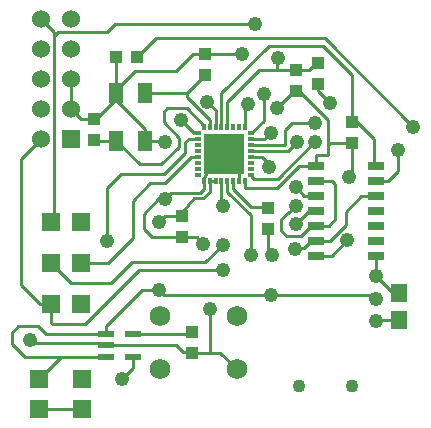
<source format=gbr>
%FSLAX23Y23*%
%MOIN*%
G04 EasyPC Gerber Version 17.0 Build 3379 *
%ADD114R,0.01181X0.01969*%
%ADD82R,0.03937X0.04291*%
%ADD117R,0.04724X0.07087*%
%ADD85R,0.05500X0.06000*%
%ADD84R,0.06000X0.06000*%
%ADD116R,0.13780X0.13780*%
%ADD92C,0.00984*%
%ADD24C,0.01000*%
%ADD91C,0.04343*%
%ADD23C,0.04800*%
%ADD86C,0.06000*%
%ADD83C,0.06890*%
%ADD115R,0.01969X0.01181*%
%ADD118R,0.05200X0.02200*%
%ADD113R,0.05787X0.02559*%
%ADD81R,0.04291X0.03937*%
X0Y0D02*
D02*
D23*
X2954Y587D03*
X3212Y918D03*
X3260Y456D03*
X3384Y755D03*
X3386Y980D03*
X3404Y1057D03*
Y1247D03*
X3457Y1322D03*
X3533Y907D03*
X3545Y1382D03*
X3555Y690D03*
X3597Y819D03*
Y905D03*
X3598Y1035D03*
X3660Y1541D03*
X3680Y1374D03*
X3690Y870D03*
X3706Y1642D03*
X3735Y1406D03*
X3751Y1163D03*
X3758Y736D03*
Y1278D03*
X3760Y870D03*
X3778Y1359D03*
X3780Y1528D03*
X3838Y889D03*
X3840Y1035D03*
Y1096D03*
X3840Y973D03*
X3845Y1247D03*
X3904D03*
Y1310D03*
X3956Y1378D03*
X4013Y919D03*
X4017Y1130D03*
X4107Y652D03*
Y723D03*
Y802D03*
X4180Y1222D03*
X4233Y1297D03*
D02*
D24*
X3025Y982D02*
X3028D01*
Y989*
X3034Y996*
Y1599*
X3025Y706D02*
X2989D01*
X2924Y771*
Y1191*
X2990Y1257*
X3034Y1599D02*
X3049Y1614D01*
X3212*
X3238Y1640*
X3704*
X3706Y1642*
X3034Y1599D02*
Y1613D01*
X2990Y1657*
X3242Y1252D02*
X3168D01*
X3167Y1253*
X3313Y1530D02*
X3375Y1593D01*
X3937*
X4233Y1297*
X3337Y1410D02*
X3478D01*
X3478*
X3539Y1470*
X3495Y614D02*
Y607D01*
X3307*
X3306Y606*
X3299*
X3514Y1197D02*
X3493D01*
X3404Y1109*
X3356*
X3297Y1050*
Y926*
X3216Y845*
X3125*
Y844*
X3514Y1256D02*
X3484D01*
X3473Y1246*
Y1210*
X3403Y1139*
X3258*
X3213Y1094*
Y924*
X3212Y923*
Y918*
X3514Y1276D02*
X3503D01*
X3457Y1322*
X3534Y1297D02*
Y1302D01*
X3477Y1359*
X3412*
X3400Y1346*
Y1313*
X3451Y1261*
Y1232*
X3392Y1173*
X3322*
X3242Y1252*
X3554Y1297D02*
Y1320D01*
X3478Y1396*
Y1410*
X3574Y1297D02*
Y1354D01*
X3545Y1382*
X3593Y1118D02*
Y1040D01*
X3598Y1035*
X3593Y1297D02*
Y1409D01*
X3752Y1567*
X3932*
X4029Y1470*
Y1315*
X3597Y819D02*
X3319D01*
X3139Y639*
X3030*
X3025Y645*
Y706*
X3597Y905D02*
X3539Y847D01*
X3294*
X3224Y777*
X3092*
X3025Y844*
X3613Y1118D02*
Y1079D01*
X3690Y1003*
Y870*
X3613Y1297D02*
Y1381D01*
X3719Y1488*
X3778*
X3633Y1118D02*
Y1089D01*
X3690Y1032*
X3742*
X3747Y1027*
X3672Y1297D02*
Y1366D01*
X3680Y1374*
X3693Y1138D02*
Y1133D01*
X3703Y1124*
X3780*
X3904Y1250*
Y1247*
X3693Y1197D02*
X3728D01*
X3751Y1175*
Y1163*
X3693Y1217D02*
X3816D01*
X3845Y1247*
X3693Y1256D02*
X3736D01*
X3758Y1278*
X3693Y1276D02*
X3735Y1318D01*
Y1406*
X3747Y957D02*
Y882D01*
X3760Y870*
X3778Y1488D02*
Y1508D01*
X3780*
Y1528*
X3778Y1488D02*
X3826D01*
X3827Y1487*
X3840*
X3840Y1035D02*
X3793Y989D01*
Y949*
X3810Y933*
X3857*
X3891Y967*
X3909*
X3840Y1487D02*
Y1487D01*
X3885*
X3908Y1510*
X3915*
X3916Y1509*
X3904Y1310D02*
X3829D01*
X3806Y1287*
Y1237*
X3693*
X3909Y917D02*
X3890D01*
X3867Y894*
X3842*
X3838Y889*
X3909Y917D02*
X3954D01*
X4007Y970*
Y1014*
X4059Y1067*
X4107*
X4107Y1067*
X3909Y967D02*
X3951D01*
X3972Y989*
Y1106*
X3962Y1117*
X3909*
X3909Y1117*
Y1017D02*
X3884D01*
X3840Y973*
X3909Y1067D02*
X3869D01*
X3840Y1096*
X4013Y919D02*
X3961Y867D01*
X3909*
X4029Y1315D02*
X4045D01*
X4101Y1258*
Y1173*
X4107Y1167*
Y1117D02*
X4147D01*
X4180Y1150*
Y1222*
X4186Y653D02*
X4108D01*
X4107Y652*
D02*
D81*
X3243Y1530D03*
X3313D03*
D02*
D82*
X3167Y1253D03*
Y1323D03*
X3461Y930D03*
Y1000D03*
X3495Y544D03*
Y614D03*
X3539Y1470D03*
Y1540D03*
X3747Y957D03*
Y1027D03*
X3840Y1417D03*
Y1487D03*
X3916Y1439D03*
Y1509D03*
X4029Y1245D03*
Y1315D03*
D02*
D83*
X3388Y490D03*
Y667D03*
X3644Y490D03*
Y667D03*
D02*
D84*
X2985Y358D03*
Y458D03*
X3025Y982D03*
X3025Y706D03*
Y844D03*
X3090Y1257D03*
X3125Y982D03*
X3125Y706D03*
Y844D03*
X3127Y358D03*
Y458D03*
D02*
D85*
X4186Y653D03*
Y743D03*
D02*
D86*
X2990Y1257D03*
Y1357D03*
Y1457D03*
Y1557D03*
Y1657D03*
X3090Y1357D03*
Y1457D03*
Y1557D03*
Y1657D03*
D02*
D91*
X3853Y433D03*
X4027D03*
D02*
D92*
X3071Y532D02*
X3059D01*
X2985Y458*
X3090Y1457D02*
Y1357D01*
X3127Y358D02*
X2985D01*
X3167Y1323D02*
X3176D01*
X3259Y1406*
X3246*
X3242Y1410*
X3167Y1323D02*
X3124D01*
X3090Y1357*
X3207Y532D02*
X3141D01*
Y532*
X3071*
X3207Y569D02*
X3443D01*
X3465Y547*
X3493*
X3495Y544*
X3207Y569D02*
Y576D01*
X2973*
X2963Y587*
X2954*
X3207Y606D02*
X3008D01*
X2981Y633*
X2916*
X2894Y611*
Y575*
X2937Y532*
X3071*
X3242Y1410D02*
Y1386D01*
X3337Y1292*
Y1252*
X3243Y1530D02*
Y1410D01*
X3242Y1410*
X3299Y532D02*
Y495D01*
X3260Y456*
X3337Y1252D02*
X3399D01*
X3404Y1247*
X3384Y755D02*
Y754D01*
X3327*
X3208Y635*
Y606*
X3207*
X3386Y980D02*
X3406Y1000D01*
X3461*
X3404Y1057D02*
X3382D01*
X3334Y1008*
Y958*
X3362Y930*
X3461*
X3510*
X3533Y907*
X3495Y544D02*
X3555D01*
X3534Y1118D02*
Y1126D01*
X3535Y1127*
Y1129*
X3536Y1130*
Y1131*
X3538Y1133*
Y1134*
X3540Y1136*
Y1144*
X3603Y1207*
X3534Y1118D02*
Y1091D01*
X3521Y1077*
X3425*
X3404Y1057*
X3539Y1540D02*
X3498D01*
X3440Y1483*
X3305*
X3242Y1420*
Y1410*
X3539Y1540D02*
X3556D01*
X3557Y1541*
X3660*
X3554Y1118D02*
Y1081D01*
X3531Y1059*
X3503*
X3460Y1015*
Y1000*
X3461*
X3555Y544D02*
X3589D01*
X3644Y490*
X3555Y690D02*
Y544D01*
X3574Y1118D02*
X3554D01*
X3653D02*
Y1158D01*
X3603Y1207*
X3672Y1118D02*
Y1096D01*
X3673Y1095*
X3779*
X3851Y1167*
X3909*
X3758Y736D02*
X3403D01*
X3384Y755*
X3758Y736D02*
X4094D01*
X4107Y723*
X3840Y1417D02*
X3836D01*
X3778Y1359*
X3840Y1417D02*
X3852D01*
X3947Y1322*
Y1236*
X3909Y1167D02*
Y1203D01*
X3947*
Y1236*
X3956Y1378D02*
X3916Y1417D01*
Y1439*
X4017Y1130D02*
X4029Y1143D01*
Y1245*
X3956*
X3947Y1236*
X4107Y802D02*
X4166Y743D01*
X4186*
X4107Y867D02*
Y802D01*
D02*
D113*
X3909Y867D03*
Y917D03*
Y967D03*
Y1017D03*
Y1067D03*
Y1117D03*
Y1167D03*
X4107Y867D03*
Y917D03*
Y967D03*
Y1017D03*
Y1067D03*
Y1117D03*
Y1167D03*
D02*
D114*
X3534Y1118D03*
Y1297D03*
X3554Y1118D03*
Y1297D03*
X3574Y1118D03*
Y1297D03*
X3593Y1118D03*
Y1297D03*
X3613Y1118D03*
Y1297D03*
X3633Y1118D03*
Y1297D03*
X3653Y1118D03*
Y1297D03*
X3672Y1118D03*
Y1297D03*
D02*
D115*
X3514Y1138D03*
Y1158D03*
Y1178D03*
Y1197D03*
Y1217D03*
Y1237D03*
Y1256D03*
Y1276D03*
X3693Y1138D03*
Y1158D03*
Y1178D03*
Y1197D03*
Y1217D03*
Y1237D03*
Y1256D03*
Y1276D03*
D02*
D116*
X3603Y1207D03*
D02*
D117*
X3242Y1252D03*
Y1410D03*
X3337Y1252D03*
Y1410D03*
D02*
D118*
X3207Y532D03*
Y569D03*
Y606D03*
X3299Y532D03*
Y606D03*
X0Y0D02*
M02*

</source>
